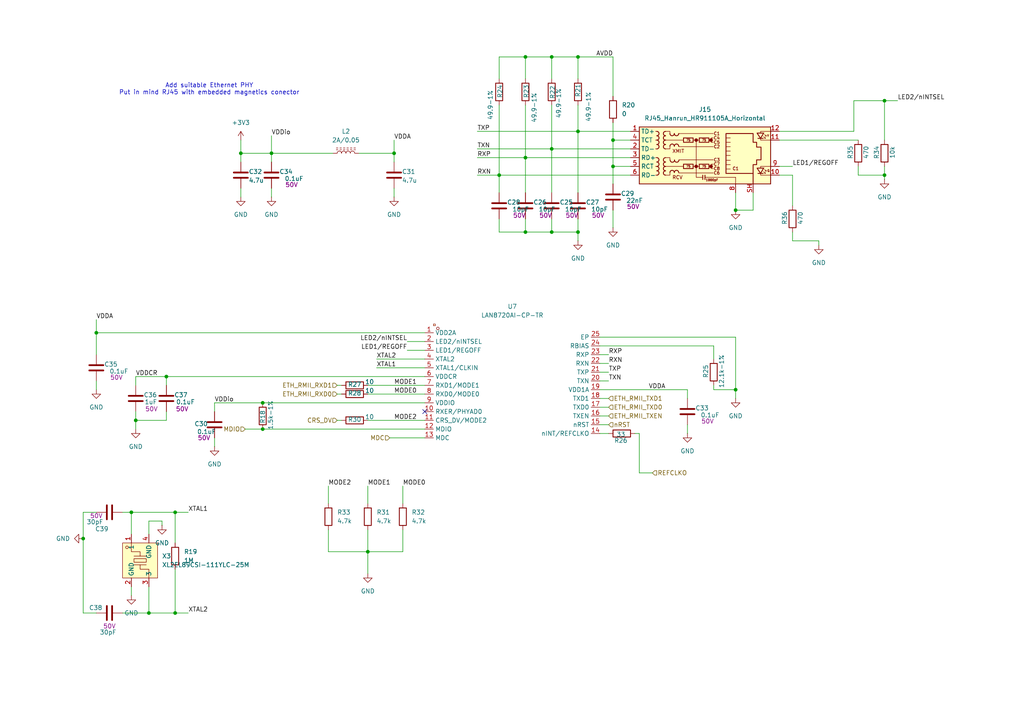
<source format=kicad_sch>
(kicad_sch (version 20250114) (generator "eeschema") (generator_version "9.0")
  (paper "A4")
  (lib_symbols
    (symbol "Connector:RJ45_Hanrun_HR911105A_Horizontal"
      (property "Reference" "J" (at 18.415 10.16 0))
      (property "Value" "RJ45_Hanrun_HR911105A_Horizontal" (at -19.05 10.16 0))
      (symbol "RJ45_Hanrun_HR911105A_Horizontal_0_0"
        (circle (center -1.27 5.08) (radius 0.0001) (stroke (width 0.508)))
        (polyline (pts (xy -1.27 5.08) (xy -1.27 -5.715)))
        (circle (center -1.27 -2.54) (radius 0.0001) (stroke (width 0.508)))
        (polyline (pts (xy 0.635 -5.08) (xy 0.635 -6.35)) (stroke (width 0.254)))
        (polyline (pts (xy 1.27 -5.08) (xy 1.27 -6.35)) (stroke (width 0.254)))
        (polyline (pts (xy 3.048 5.08) (xy 2.54 5.08)))
        (circle (center 3.048 5.08) (radius 0.0001) (stroke (width 0.508)))
        (polyline (pts (xy 3.048 -2.54) (xy 2.54 -2.54)))
        (circle (center 3.048 -2.54) (radius 0.0001) (stroke (width 0.508)))
        (polyline (pts (xy 3.683 5.715) (xy 3.048 5.715) (xy 3.048 4.445) (xy 3.683 4.445)))
        (polyline (pts (xy 3.683 -1.905) (xy 3.048 -1.905) (xy 3.048 -3.175) (xy 3.683 -3.175)))
        (polyline (pts (xy 17.399 7.112) (xy 17.399 7.62) (xy 20.32 7.62)))
        (polyline (pts (xy 17.399 -3.048) (xy 17.399 -2.54) (xy 20.32 -2.54)))
        (polyline (pts (xy 20.32 5.08) (xy 17.399 5.08) (xy 17.399 5.588)))
        (polyline (pts (xy 20.32 -5.08) (xy 17.399 -5.08) (xy 17.399 -4.572)))
        (text "XMIT" (at -8.255 1.905 0) (effects (font (size 1.016 1.016)) (justify left)))
        (text "RCV" (at -8.255 -5.715 0) (effects (font (size 1.016 1.016)) (justify left)))
        (text "C1" (at 4.699 6.985 0) (effects (font (size 0.889 0.889))))
        (text "C4" (at 4.699 5.715 0) (effects (font (size 0.889 0.889))))
        (text "C5" (at 4.699 4.445 0) (effects (font (size 0.889 0.889))))
        (text "C2" (at 4.699 3.175 0) (effects (font (size 0.889 0.889))))
        (text "C3" (at 4.699 -0.635 0) (effects (font (size 0.889 0.889))))
        (text "C7" (at 4.699 -1.905 0) (effects (font (size 0.889 0.889))))
        (text "C8" (at 4.699 -3.175 0) (effects (font (size 0.889 0.889))))
        (text "C6" (at 4.699 -4.445 0) (effects (font (size 0.889 0.889))))
        (text "C1" (at 10.16 -3.175 0) (effects (font (size 0.889 0.889))))
      )
      (symbol "RJ45_Hanrun_HR911105A_Horizontal_0_1"
        (rectangle (start -17.78 8.89) (end 20.32 -7.62) (stroke (width 0.254)) (fill (type background)))
        (polyline (pts (xy -12.7 7.62) (xy -13.081 7.62)))
        (polyline (pts (xy -12.7 5.08) (xy -13.081 5.08)))
        (polyline (pts (xy -12.7 2.54) (xy -13.081 2.54)))
        (polyline (pts (xy -12.7 0) (xy -13.081 0)))
        (polyline (pts (xy -12.7 -2.54) (xy -13.081 -2.54)))
        (polyline (pts (xy -12.7 -5.08) (xy -13.081 -5.08)))
        (polyline (pts (xy -10.16 7.62) (xy -8.89 7.62) (xy -8.89 6.985)))
        (polyline (pts (xy -10.16 0) (xy -8.89 0) (xy -8.89 -0.635)))
        (polyline (pts (xy -8.89 3.175) (xy -8.89 2.54) (xy -10.16 2.54)))
        (polyline (pts (xy -8.89 -4.445) (xy -8.89 -5.08) (xy -10.16 -5.08)))
        (polyline (pts (xy -6.35 6.985) (xy 3.683 6.985)))
        (polyline (pts (xy -6.35 3.175) (xy 3.683 3.175)))
        (polyline (pts (xy -6.35 -4.445) (xy 3.683 -4.445)))
        (polyline (pts (xy -6.223 -0.635) (xy 3.683 -0.635)))
        (polyline (pts (xy -5.08 -2.54) (xy -10.16 -2.54)))
        (polyline (pts (xy -4.953 5.08) (xy -10.16 5.08)))
        (polyline (pts (xy -2.159 5.08) (xy -0.381 5.08)))
        (polyline (pts (xy -2.159 -2.54) (xy -0.381 -2.54)))
        (polyline (pts (xy 0.635 -5.715) (xy -1.27 -5.715)))
        (polyline (pts (xy 7.366 3.175) (xy 8.636 3.175)))
        (polyline (pts (xy 7.366 1.905) (xy 8.636 1.905)))
        (polyline (pts (xy 7.366 0.635) (xy 8.636 0.635)))
        (polyline (pts (xy 7.366 -0.762) (xy 8.636 -0.762)))
        (polyline (pts (xy 7.366 -2.032) (xy 8.636 -2.032)))
        (polyline (pts (xy 8.636 5.715) (xy 7.366 5.715)))
        (polyline (pts (xy 8.636 4.445) (xy 7.366 4.445)))
        (polyline (pts (xy 8.636 -3.302) (xy 7.366 -3.302)))
        (polyline (pts (xy 10.16 -5.715) (xy 1.27 -5.715)))
        (polyline (pts (xy 10.16 -5.715) (xy 10.16 -7.62)))
      )
      (symbol "RJ45_Hanrun_HR911105A_Horizontal_1_0"
        (text "1000pF" (at 3.302 -6.477 0) (effects (font (size 0.635 0.635))))
      )
      (symbol "RJ45_Hanrun_HR911105A_Horizontal_1_1"
        (arc (start -12.7 0) (mid -12.0677 -0.635) (end -12.7 -1.27) (stroke (width 0.254)))
        (arc (start -12.6973 7.62) (mid -12.065 6.985) (end -12.6973 6.35) (stroke (width 0.254)))
        (arc (start -12.6973 -1.27) (mid -12.065 -1.905) (end -12.6973 -2.54) (stroke (width 0.254)))
        (arc (start -12.6973 -2.54) (mid -12.065 -3.175) (end -12.6973 -3.81) (stroke (width 0.254)))
        (arc (start -12.6973 -3.81) (mid -12.065 -4.445) (end -12.6973 -5.08) (stroke (width 0.254)))
        (arc (start -12.6946 6.35) (mid -12.0623 5.715) (end -12.6946 5.08) (stroke (width 0.254)))
        (arc (start -12.6946 5.08) (mid -12.0623 4.445) (end -12.6946 3.81) (stroke (width 0.254)))
        (arc (start -12.6946 3.81) (mid -12.0623 3.175) (end -12.6946 2.54) (stroke (width 0.254)))
        (arc (start -10.1654 6.35) (mid -10.7977 6.985) (end -10.1654 7.62) (stroke (width 0.254)))
        (arc (start -10.1654 5.08) (mid -10.7977 5.715) (end -10.1654 6.35) (stroke (width 0.254)))
        (arc (start -10.1654 3.81) (mid -10.7977 4.445) (end -10.1654 5.08) (stroke (width 0.254)))
        (arc (start -10.1654 -1.27) (mid -10.7977 -0.635) (end -10.1654 0) (stroke (width 0.254)))
        (arc (start -10.1654 -2.54) (mid -10.7977 -1.905) (end -10.1654 -1.27) (stroke (width 0.254)))
        (arc (start -10.1654 -3.81) (mid -10.7977 -3.175) (end -10.1654 -2.54) (stroke (width 0.254)))
        (arc (start -10.1627 2.54) (mid -10.795 3.175) (end -10.1627 3.81) (stroke (width 0.254)))
        (arc (start -10.1627 -5.08) (mid -10.795 -4.445) (end -10.1627 -3.81) (stroke (width 0.254)))
        (arc (start -7.62 6.9823) (mid -8.255 6.35) (end -8.89 6.9823) (stroke (width 0.254)))
        (arc (start -8.89 3.3047) (mid -8.255 3.937) (end -7.62 3.3047) (stroke (width 0.254)))
        (arc (start -8.89 -4.3153) (mid -8.255 -3.683) (end -7.62 -4.3153) (stroke (width 0.254)))
        (arc (start -7.5565 -0.7012) (mid -8.1915 -1.3335) (end -8.8265 -0.7012) (stroke (width 0.254)))
        (arc (start -6.35 6.985) (mid -6.985 6.3527) (end -7.62 6.985) (stroke (width 0.254)))
        (arc (start -7.62 3.3074) (mid -6.985 3.9397) (end -6.35 3.3074) (stroke (width 0.254)))
        (arc (start -7.62 -4.3126) (mid -6.985 -3.6803) (end -6.35 -4.3126) (stroke (width 0.254)))
        (arc (start -6.2865 -0.6985) (mid -6.9215 -1.3308) (end -7.5565 -0.6985) (stroke (width 0.254)))
        (rectangle (start -4.953 5.715) (end -2.159 4.445) (stroke (width 0.254)))
        (rectangle (start -4.953 -1.905) (end -2.159 -3.175) (stroke (width 0.254)))
        (rectangle (start -0.381 5.715) (end 2.413 4.445) (stroke (width 0.254)))
        (rectangle (start -0.381 -1.905) (end 2.413 -3.175) (stroke (width 0.254)))
        (polyline (pts (xy 7.366 -4.572) (xy 7.366 6.985) (xy 15.24 6.985) (xy 15.24 4.445) (xy 16.256 4.445) (xy 16.256 3.048) (xy 17.526 3.048) (xy 17.526 -0.635) (xy 16.256 -0.635) (xy 16.256 -2.032) (xy 15.24 -2.032) (xy 15.24 -4.572) (xy 7.366 -4.572)) (stroke (width 0.254)))
        (polyline (pts (xy 15.24 -7.62) (xy 15.24 -4.572)) (stroke (width 0.254)))
        (polyline (pts (xy 18.161 5.588) (xy 16.637 5.588)) (stroke (width 0.254)))
        (polyline (pts (xy 18.161 -4.572) (xy 16.637 -4.572)) (stroke (width 0.254)))
        (polyline (pts (xy 18.288 7.112) (xy 16.383 7.112) (xy 17.399 5.588) (xy 18.288 7.112)) (stroke (width 0.254)))
        (polyline (pts (xy 18.288 6.096) (xy 18.796 5.588) (xy 18.542 5.588)))
        (polyline (pts (xy 18.288 -3.048) (xy 16.383 -3.048) (xy 17.399 -4.572) (xy 18.288 -3.048)) (stroke (width 0.254)))
        (polyline (pts (xy 18.288 -4.064) (xy 18.796 -4.572) (xy 18.542 -4.572)))
        (polyline (pts (xy 18.542 6.731) (xy 19.05 6.223) (xy 18.796 6.223)))
        (polyline (pts (xy 18.542 -3.429) (xy 19.05 -3.937) (xy 18.796 -3.937)))
        (polyline (pts (xy 18.796 5.588) (xy 18.796 5.842)))
        (polyline (pts (xy 18.796 -4.572) (xy 18.796 -4.318)))
        (polyline (pts (xy 19.05 6.223) (xy 19.05 6.477)))
        (polyline (pts (xy 19.05 -3.937) (xy 19.05 -3.683)))
        (text "75" (at -3.556 5.08 0) (effects (font (size 0.635 0.635))))
        (text "75" (at -3.556 -2.54 0) (effects (font (size 0.635 0.635))))
        (text "75" (at 1.016 5.08 0) (effects (font (size 0.635 0.635))))
        (text "75" (at 1.016 -2.54 0) (effects (font (size 0.635 0.635))))
        (text "Y" (at 19.558 6.35 0) (effects (font (size 0.635 0.635))))
        (text "G" (at 19.685 -3.81 0) (effects (font (size 0.635 0.635))))
        (pin passive line (at -20.32 7.62 0) (length 2.54) (name "TD+") (number "1"))
        (pin passive line (at -20.32 5.08 0) (length 2.54) (name "TCT") (number "4"))
        (pin passive line (at -20.32 2.54 0) (length 2.54) (name "TD-") (number "2"))
        (pin passive line (at -20.32 0 0) (length 2.54) (name "RD+") (number "3"))
        (pin passive line (at -20.32 -2.54 0) (length 2.54) (name "RCT") (number "5"))
        (pin passive line (at -20.32 -5.08 0) (length 2.54) (name "RD-") (number "6"))
        (pin power_in line (at 10.16 -10.16 90) (length 2.54) (name "") (number "8"))
        (pin passive line (at 15.24 -10.16 90) (length 2.54) (name "") (number "SH"))
        (pin no_connect line (at 20.32 0 0) (length 0) (hide yes) (name "NC") (number "7"))
        (pin passive line (at 22.86 7.62 180) (length 2.54) (name "") (number "12"))
        (pin passive line (at 22.86 5.08 180) (length 2.54) (name "") (number "11"))
        (pin passive line (at 22.86 -2.54 180) (length 2.54) (name "") (number "9"))
        (pin passive line (at 22.86 -5.08 180) (length 2.54) (name "") (number "10"))
      )
    )
    (symbol "Device:C" (pin_numbers (hide yes)) (pin_names (offset 0.254))
      (property "Reference" "C" (at 0.635 2.54 0))
      (property "Value" "C" (at 0.635 -2.54 0))
      (symbol "C_0_1"
        (polyline (pts (xy -2.032 0.762) (xy 2.032 0.762)) (stroke (width 0.508)))
        (polyline (pts (xy -2.032 -0.762) (xy 2.032 -0.762)) (stroke (width 0.508)))
      )
      (symbol "C_1_1"
        (pin passive line (at 0 3.81 270) (length 2.794) (name "~") (number "1"))
        (pin passive line (at 0 -3.81 90) (length 2.794) (name "~") (number "2"))
      )
    )
    (symbol "Device:L_Ferrite" (pin_numbers (hide yes)) (pin_names (offset 1.016) (hide yes))
      (property "Reference" "L" (at -1.27 0 90))
      (property "Value" "L_Ferrite" (at 2.794 0 90))
      (symbol "L_Ferrite_0_1"
        (arc (start 0 2.54) (mid 0.6323 1.905) (end 0 1.27))
        (arc (start 0 1.27) (mid 0.6323 0.635) (end 0 0))
        (arc (start 0 0) (mid 0.6323 -0.635) (end 0 -1.27))
        (arc (start 0 -1.27) (mid 0.6323 -1.905) (end 0 -2.54))
        (polyline (pts (xy 1.016 2.286) (xy 1.016 2.794)))
        (polyline (pts (xy 1.016 1.27) (xy 1.016 1.778)))
        (polyline (pts (xy 1.016 0.254) (xy 1.016 0.762)))
        (polyline (pts (xy 1.016 -0.762) (xy 1.016 -0.254)))
        (polyline (pts (xy 1.016 -1.778) (xy 1.016 -1.27)))
        (polyline (pts (xy 1.016 -2.794) (xy 1.016 -2.286)))
        (polyline (pts (xy 1.524 2.794) (xy 1.524 2.286)))
        (polyline (pts (xy 1.524 1.778) (xy 1.524 1.27)))
        (polyline (pts (xy 1.524 0.762) (xy 1.524 0.254)))
        (polyline (pts (xy 1.524 -0.254) (xy 1.524 -0.762)))
        (polyline (pts (xy 1.524 -1.27) (xy 1.524 -1.778)))
        (polyline (pts (xy 1.524 -2.286) (xy 1.524 -2.794)))
      )
      (symbol "L_Ferrite_1_1"
        (pin passive line (at 0 3.81 270) (length 1.27) (name "1") (number "1"))
        (pin passive line (at 0 -3.81 90) (length 1.27) (name "2") (number "2"))
      )
    )
    (symbol "Device:R" (pin_numbers (hide yes)) (pin_names (offset 0))
      (property "Reference" "R" (at 2.032 0 90))
      (property "Value" "R" (at 0 0 90))
      (symbol "R_0_1"
        (rectangle (start -1.016 -2.54) (end 1.016 2.54) (stroke (width 0.254)))
      )
      (symbol "R_1_1"
        (pin passive line (at 0 3.81 270) (length 1.27) (name "~") (number "1"))
        (pin passive line (at 0 -3.81 90) (length 1.27) (name "~") (number "2"))
      )
    )
    (symbol "EasyEDA:LAN8720AI-CP-TR"
      (property "Reference" "U" (at 0 20.32 0))
      (property "Value" "LAN8720AI-CP-TR" (at 0 -20.32 0))
      (symbol "LAN8720AI-CP-TR_0_1"
        (rectangle (start -22.86 17.78) (end -22.35 17.27) (fill (type background)))
        (circle (center -21.59 16.51) (radius 0.38))
        (pin unspecified line (at -25.4 15.24 0) (length 2.54) (name "VDD2A") (number "1"))
        (pin unspecified line (at -25.4 12.7 0) (length 2.54) (name "LED2/nINTSEL") (number "2"))
        (pin unspecified line (at -25.4 10.16 0) (length 2.54) (name "LED1/REGOFF") (number "3"))
        (pin unspecified line (at -25.4 7.62 0) (length 2.54) (name "XTAL2") (number "4"))
        (pin unspecified line (at -25.4 5.08 0) (length 2.54) (name "XTAL1/CLKIN") (number "5"))
        (pin unspecified line (at -25.4 2.54 0) (length 2.54) (name "VDDCR") (number "6"))
        (pin unspecified line (at -25.4 0 0) (length 2.54) (name "RXD1/MODE1") (number "7"))
        (pin unspecified line (at -25.4 -2.54 0) (length 2.54) (name "RXD0/MODE0") (number "8"))
        (pin unspecified line (at -25.4 -5.08 0) (length 2.54) (name "VDDIO") (number "9"))
        (pin unspecified line (at -25.4 -7.62 0) (length 2.54) (name "RXER/PHYAD0") (number "10"))
        (pin unspecified line (at -25.4 -10.16 0) (length 2.54) (name "CRS_DV/MODE2") (number "11"))
        (pin unspecified line (at -25.4 -12.7 0) (length 2.54) (name "MDIO") (number "12"))
        (pin unspecified line (at -25.4 -15.24 0) (length 2.54) (name "MDC") (number "13"))
        (pin unspecified line (at 25.4 13.97 180) (length 2.54) (name "EP") (number "25"))
        (pin unspecified line (at 25.4 11.43 180) (length 2.54) (name "RBIAS") (number "24"))
        (pin unspecified line (at 25.4 8.89 180) (length 2.54) (name "RXP") (number "23"))
        (pin unspecified line (at 25.4 6.35 180) (length 2.54) (name "RXN") (number "22"))
        (pin unspecified line (at 25.4 3.81 180) (length 2.54) (name "TXP") (number "21"))
        (pin unspecified line (at 25.4 1.27 180) (length 2.54) (name "TXN") (number "20"))
        (pin unspecified line (at 25.4 -1.27 180) (length 2.54) (name "VDD1A") (number "19"))
        (pin unspecified line (at 25.4 -3.81 180) (length 2.54) (name "TXD1") (number "18"))
        (pin unspecified line (at 25.4 -6.35 180) (length 2.54) (name "TXD0") (number "17"))
        (pin unspecified line (at 25.4 -8.89 180) (length 2.54) (name "TXEN") (number "16"))
        (pin unspecified line (at 25.4 -11.43 180) (length 2.54) (name "nRST") (number "15"))
        (pin unspecified line (at 25.4 -13.97 180) (length 2.54) (name "nINT/REFCLKO") (number "14"))
      )
    )
    (symbol "EasyEDA:XL2EL89CSI-111YLC-25M"
      (property "Reference" "X" (at 0 7.62 0))
      (property "Value" "XL2EL89CSI-111YLC-25M" (at 0 -7.62 0))
      (symbol "XL2EL89CSI-111YLC-25M_0_1"
        (rectangle (start -5.08 5.08) (end 5.08 -5.08) (fill (type background)))
        (polyline (pts (xy -5.08 -2.54) (xy -2.54 -2.54) (xy -2.54 0) (xy -1.27 0)))
        (circle (center -3.81 -3.81) (radius 0.38))
        (polyline (pts (xy -1.27 -1.78) (xy -1.27 1.78)))
        (rectangle (start -0.51 1.78) (end 0.51 -1.78) (fill (type background)))
        (polyline (pts (xy 1.27 -1.78) (xy 1.27 1.78)))
        (polyline (pts (xy 5.08 2.54) (xy 2.54 2.54) (xy 2.54 0) (xy 1.27 0)))
        (pin input line (at -7.62 2.54 0) (length 2.54) (name "GND") (number "4"))
        (pin input line (at -7.62 -2.54 0) (length 2.54) (name "1") (number "1"))
        (pin input line (at 7.62 2.54 180) (length 2.54) (name "3") (number "3"))
        (pin input line (at 7.62 -2.54 180) (length 2.54) (name "GND") (number "2"))
      )
    )
    (symbol "power:+3V3" (power) (pin_numbers (hide yes)) (pin_names (offset 0) (hide yes))
      (property "Value" "+3V3" (at 0 3.556 0))
      (symbol "+3V3_0_1"
        (polyline (pts (xy -0.762 1.27) (xy 0 2.54)))
        (polyline (pts (xy 0 2.54) (xy 0.762 1.27)))
        (polyline (pts (xy 0 0) (xy 0 2.54)))
      )
      (symbol "+3V3_1_1"
        (pin power_in line (at 0 0 90) (length 0) (name "~") (number "1"))
      )
    )
    (symbol "power:GND" (power) (pin_numbers (hide yes)) (pin_names (offset 0) (hide yes))
      (property "Value" "GND" (at 0 -3.81 0))
      (symbol "GND_0_1"
        (polyline (pts (xy 0 0) (xy 0 -1.27) (xy 1.27 -1.27) (xy 0 -2.54) (xy -1.27 -1.27) (xy 0 -1.27)))
      )
      (symbol "GND_1_1"
        (pin power_in line (at 0 0 270) (length 0) (name "~") (number "1"))
      )
    )
  )
  (text "Add suitable Ethernet PHY\nPut in mind RJ45 with embedded magnetics conector\n" (at 60.706 25.908 0) (effects (font (size 1.27 1.27))))
  (junction (at 114.3 44.45))
  (junction (at 76.2 116.84))
  (junction (at 76.2 124.46))
  (junction (at 160.02 67.31))
  (junction (at 27.94 96.52))
  (junction (at 78.74 44.45))
  (junction (at 152.4 45.72))
  (junction (at 50.8 148.59))
  (junction (at 106.68 160.02))
  (junction (at 39.37 121.92))
  (junction (at 177.8 40.64))
  (junction (at 152.4 67.31))
  (junction (at 48.26 109.22))
  (junction (at 167.64 67.31))
  (junction (at 213.36 113.03))
  (junction (at 167.64 38.1))
  (junction (at 69.85 44.45))
  (junction (at 160.02 16.51))
  (junction (at 152.4 16.51))
  (junction (at 24.13 156.21))
  (junction (at 43.18 177.8))
  (junction (at 256.54 29.21))
  (junction (at 256.54 50.8))
  (junction (at 213.36 60.96))
  (junction (at 167.64 16.51))
  (junction (at 144.78 50.8))
  (junction (at 177.8 48.26))
  (junction (at 50.8 177.8))
  (junction (at 38.1 148.59))
  (junction (at 160.02 43.18))
  (no_connect (at 123.19 119.38))
  (wire (pts (xy 114.3 54.61) (xy 114.3 57.15)))
  (wire (pts (xy 114.3 40.64) (xy 114.3 44.45)))
  (wire (pts (xy 114.3 44.45) (xy 114.3 46.99)))
  (wire (pts (xy 138.43 45.72) (xy 152.4 45.72)))
  (wire (pts (xy 185.42 125.73) (xy 184.15 125.73)))
  (wire (pts (xy 48.26 109.22) (xy 48.26 111.76)))
  (wire (pts (xy 177.8 48.26) (xy 177.8 53.34)))
  (wire (pts (xy 35.56 148.59) (xy 38.1 148.59)))
  (wire (pts (xy 226.06 38.1) (xy 247.65 38.1)))
  (wire (pts (xy 248.92 48.26) (xy 248.92 50.8)))
  (wire (pts (xy 167.64 30.48) (xy 167.64 38.1)))
  (wire (pts (xy 76.2 116.84) (xy 123.19 116.84)))
  (wire (pts (xy 144.78 50.8) (xy 144.78 55.88)))
  (wire (pts (xy 50.8 165.1) (xy 50.8 177.8)))
  (wire (pts (xy 167.64 67.31) (xy 167.64 69.85)))
  (wire (pts (xy 116.84 160.02) (xy 116.84 153.67)))
  (wire (pts (xy 106.68 121.92) (xy 123.19 121.92)))
  (wire (pts (xy 256.54 29.21) (xy 260.35 29.21)))
  (wire (pts (xy 173.99 120.65) (xy 176.53 120.65)))
  (wire (pts (xy 78.74 44.45) (xy 78.74 46.99)))
  (wire (pts (xy 69.85 44.45) (xy 69.85 46.99)))
  (wire (pts (xy 167.64 63.5) (xy 167.64 67.31)))
  (wire (pts (xy 173.99 123.19) (xy 176.53 123.19)))
  (wire (pts (xy 24.13 177.8) (xy 27.94 177.8)))
  (wire (pts (xy 144.78 22.86) (xy 144.78 16.51)))
  (wire (pts (xy 106.68 160.02) (xy 106.68 166.37)))
  (wire (pts (xy 106.68 160.02) (xy 116.84 160.02)))
  (wire (pts (xy 144.78 50.8) (xy 182.88 50.8)))
  (wire (pts (xy 256.54 50.8) (xy 256.54 48.26)))
  (wire (pts (xy 39.37 121.92) (xy 39.37 124.46)))
  (wire (pts (xy 62.23 116.84) (xy 76.2 116.84)))
  (wire (pts (xy 160.02 67.31) (xy 167.64 67.31)))
  (wire (pts (xy 160.02 22.86) (xy 160.02 16.51)))
  (wire (pts (xy 160.02 16.51) (xy 167.64 16.51)))
  (wire (pts (xy 177.8 40.64) (xy 177.8 48.26)))
  (wire (pts (xy 38.1 148.59) (xy 50.8 148.59)))
  (wire (pts (xy 199.39 113.03) (xy 199.39 115.57)))
  (wire (pts (xy 144.78 16.51) (xy 152.4 16.51)))
  (wire (pts (xy 138.43 38.1) (xy 167.64 38.1)))
  (wire (pts (xy 109.22 104.14) (xy 123.19 104.14)))
  (wire (pts (xy 39.37 121.92) (xy 48.26 121.92)))
  (wire (pts (xy 39.37 109.22) (xy 39.37 111.76)))
  (wire (pts (xy 144.78 63.5) (xy 144.78 67.31)))
  (wire (pts (xy 43.18 177.8) (xy 50.8 177.8)))
  (wire (pts (xy 118.11 101.6) (xy 123.19 101.6)))
  (wire (pts (xy 144.78 67.31) (xy 152.4 67.31)))
  (wire (pts (xy 177.8 48.26) (xy 182.88 48.26)))
  (wire (pts (xy 213.36 113.03) (xy 213.36 115.57)))
  (wire (pts (xy 69.85 44.45) (xy 78.74 44.45)))
  (wire (pts (xy 247.65 29.21) (xy 256.54 29.21)))
  (wire (pts (xy 167.64 38.1) (xy 167.64 55.88)))
  (wire (pts (xy 207.01 100.33) (xy 207.01 104.14)))
  (wire (pts (xy 78.74 39.37) (xy 78.74 44.45)))
  (wire (pts (xy 69.85 40.64) (xy 69.85 44.45)))
  (wire (pts (xy 173.99 105.41) (xy 176.53 105.41)))
  (wire (pts (xy 24.13 148.59) (xy 24.13 156.21)))
  (wire (pts (xy 152.4 45.72) (xy 182.88 45.72)))
  (wire (pts (xy 173.99 118.11) (xy 176.53 118.11)))
  (wire (pts (xy 173.99 115.57) (xy 176.53 115.57)))
  (wire (pts (xy 97.79 121.92) (xy 99.06 121.92)))
  (wire (pts (xy 248.92 50.8) (xy 256.54 50.8)))
  (wire (pts (xy 27.94 92.71) (xy 27.94 96.52)))
  (wire (pts (xy 152.4 16.51) (xy 152.4 22.86)))
  (wire (pts (xy 226.06 40.64) (xy 248.92 40.64)))
  (wire (pts (xy 109.22 106.68) (xy 123.19 106.68)))
  (wire (pts (xy 104.14 44.45) (xy 114.3 44.45)))
  (wire (pts (xy 160.02 43.18) (xy 160.02 55.88)))
  (wire (pts (xy 69.85 54.61) (xy 69.85 57.15)))
  (wire (pts (xy 48.26 109.22) (xy 123.19 109.22)))
  (wire (pts (xy 213.36 97.79) (xy 213.36 113.03)))
  (wire (pts (xy 226.06 48.26) (xy 229.87 48.26)))
  (wire (pts (xy 113.03 127) (xy 123.19 127)))
  (wire (pts (xy 173.99 97.79) (xy 213.36 97.79)))
  (wire (pts (xy 71.12 124.46) (xy 76.2 124.46)))
  (wire (pts (xy 62.23 127) (xy 62.23 129.54)))
  (wire (pts (xy 46.99 151.13) (xy 43.18 151.13)))
  (wire (pts (xy 106.68 111.76) (xy 123.19 111.76)))
  (wire (pts (xy 78.74 54.61) (xy 78.74 57.15)))
  (wire (pts (xy 95.25 140.97) (xy 95.25 146.05)))
  (wire (pts (xy 38.1 170.18) (xy 38.1 172.72)))
  (wire (pts (xy 27.94 110.49) (xy 27.94 113.03)))
  (wire (pts (xy 95.25 160.02) (xy 106.68 160.02)))
  (wire (pts (xy 95.25 153.67) (xy 95.25 160.02)))
  (wire (pts (xy 160.02 30.48) (xy 160.02 43.18)))
  (wire (pts (xy 167.64 38.1) (xy 182.88 38.1)))
  (wire (pts (xy 256.54 50.8) (xy 256.54 52.07)))
  (wire (pts (xy 173.99 113.03) (xy 199.39 113.03)))
  (wire (pts (xy 229.87 59.69) (xy 229.87 50.8)))
  (wire (pts (xy 173.99 102.87) (xy 176.53 102.87)))
  (wire (pts (xy 43.18 170.18) (xy 43.18 177.8)))
  (wire (pts (xy 152.4 45.72) (xy 152.4 55.88)))
  (wire (pts (xy 106.68 140.97) (xy 106.68 146.05)))
  (wire (pts (xy 167.64 16.51) (xy 177.8 16.51)))
  (wire (pts (xy 173.99 110.49) (xy 176.53 110.49)))
  (wire (pts (xy 27.94 96.52) (xy 27.94 102.87)))
  (wire (pts (xy 106.68 153.67) (xy 106.68 160.02)))
  (wire (pts (xy 46.99 152.4) (xy 46.99 151.13)))
  (wire (pts (xy 62.23 116.84) (xy 62.23 119.38)))
  (wire (pts (xy 48.26 119.38) (xy 48.26 121.92)))
  (wire (pts (xy 199.39 123.19) (xy 199.39 125.73)))
  (wire (pts (xy 185.42 137.16) (xy 189.23 137.16)))
  (wire (pts (xy 24.13 148.59) (xy 27.94 148.59)))
  (wire (pts (xy 160.02 63.5) (xy 160.02 67.31)))
  (wire (pts (xy 38.1 148.59) (xy 38.1 154.94)))
  (wire (pts (xy 182.88 40.64) (xy 177.8 40.64)))
  (wire (pts (xy 207.01 113.03) (xy 213.36 113.03)))
  (wire (pts (xy 116.84 140.97) (xy 116.84 146.05)))
  (wire (pts (xy 152.4 63.5) (xy 152.4 67.31)))
  (wire (pts (xy 39.37 109.22) (xy 48.26 109.22)))
  (wire (pts (xy 237.49 69.85) (xy 237.49 71.12)))
  (wire (pts (xy 39.37 119.38) (xy 39.37 121.92)))
  (wire (pts (xy 213.36 55.88) (xy 213.36 60.96)))
  (wire (pts (xy 97.79 111.76) (xy 99.06 111.76)))
  (wire (pts (xy 173.99 100.33) (xy 207.01 100.33)))
  (wire (pts (xy 173.99 107.95) (xy 176.53 107.95)))
  (wire (pts (xy 160.02 43.18) (xy 182.88 43.18)))
  (wire (pts (xy 256.54 29.21) (xy 256.54 40.64)))
  (wire (pts (xy 27.94 96.52) (xy 123.19 96.52)))
  (wire (pts (xy 24.13 156.21) (xy 24.13 177.8)))
  (wire (pts (xy 173.99 125.73) (xy 176.53 125.73)))
  (wire (pts (xy 177.8 35.56) (xy 177.8 40.64)))
  (wire (pts (xy 50.8 148.59) (xy 50.8 157.48)))
  (wire (pts (xy 138.43 43.18) (xy 160.02 43.18)))
  (wire (pts (xy 152.4 30.48) (xy 152.4 45.72)))
  (wire (pts (xy 177.8 60.96) (xy 177.8 66.04)))
  (wire (pts (xy 78.74 44.45) (xy 96.52 44.45)))
  (wire (pts (xy 152.4 67.31) (xy 160.02 67.31)))
  (wire (pts (xy 152.4 16.51) (xy 160.02 16.51)))
  (wire (pts (xy 177.8 16.51) (xy 177.8 27.94)))
  (wire (pts (xy 144.78 30.48) (xy 144.78 50.8)))
  (wire (pts (xy 43.18 151.13) (xy 43.18 154.94)))
  (wire (pts (xy 50.8 177.8) (xy 54.61 177.8)))
  (wire (pts (xy 229.87 67.31) (xy 229.87 69.85)))
  (wire (pts (xy 118.11 99.06) (xy 123.19 99.06)))
  (wire (pts (xy 229.87 69.85) (xy 237.49 69.85)))
  (wire (pts (xy 97.79 114.3) (xy 99.06 114.3)))
  (wire (pts (xy 218.44 55.88) (xy 218.44 60.96)))
  (wire (pts (xy 247.65 29.21) (xy 247.65 38.1)))
  (wire (pts (xy 76.2 124.46) (xy 123.19 124.46)))
  (wire (pts (xy 35.56 177.8) (xy 43.18 177.8)))
  (wire (pts (xy 213.36 60.96) (xy 218.44 60.96)))
  (wire (pts (xy 106.68 114.3) (xy 123.19 114.3)))
  (wire (pts (xy 50.8 148.59) (xy 54.61 148.59)))
  (wire (pts (xy 207.01 111.76) (xy 207.01 113.03)))
  (wire (pts (xy 138.43 50.8) (xy 144.78 50.8)))
  (wire (pts (xy 226.06 50.8) (xy 229.87 50.8)))
  (wire (pts (xy 167.64 16.51) (xy 167.64 22.86)))
  (wire (pts (xy 185.42 137.16) (xy 185.42 125.73)))
  (label "VDDio" (at 78.74 39.37 0))
  (label "TXN" (at 176.53 110.49 0))
  (label "MODE1" (at 114.3 111.76 0))
  (label "MODE0" (at 116.84 140.97 0))
  (label "VDDA" (at 193.04 113.03 180))
  (label "XTAL1" (at 54.61 148.59 0))
  (label "RXP" (at 138.43 45.72 0))
  (label "LED1{slash}REGOFF" (at 229.87 48.26 0))
  (label "RXN" (at 138.43 50.8 0))
  (label "LED2{slash}nINTSEL" (at 260.35 29.21 0))
  (label "MODE1" (at 106.68 140.97 0))
  (label "TXP" (at 138.43 38.1 0))
  (label "XTAL2" (at 54.61 177.8 0))
  (label "VDDio" (at 62.23 116.84 0))
  (label "XTAL2" (at 109.22 104.14 0))
  (label "TXN" (at 138.43 43.18 0))
  (label "MODE0" (at 114.3 114.3 0))
  (label "LED2{slash}nINTSEL" (at 118.11 99.06 180))
  (label "VDDCR" (at 39.37 109.22 0))
  (label "VDDA" (at 27.94 92.71 0))
  (label "RXN" (at 176.53 105.41 0))
  (label "MODE2" (at 114.3 121.92 0))
  (label "RXP" (at 176.53 102.87 0))
  (label "AVDD" (at 177.8 16.51 180))
  (label "MODE2" (at 95.25 140.97 0))
  (label "LED1{slash}REGOFF" (at 118.11 101.6 180))
  (label "XTAL1" (at 109.22 106.68 0))
  (label "VDDA" (at 114.3 40.64 0))
  (label "TXP" (at 176.53 107.95 0))
  (hierarchical_label "CRS_DV" (shape input) (at 97.79 121.92 180))
  (hierarchical_label "ETH_RMII_RXD1" (shape input) (at 97.79 111.76 180))
  (hierarchical_label "ETH_RMII_TXD1" (shape input) (at 176.53 115.57 0))
  (hierarchical_label "nRST" (shape input) (at 176.53 123.19 0))
  (hierarchical_label "ETH_RMII_TXD0" (shape input) (at 176.53 118.11 0))
  (hierarchical_label "ETH_RMII_TXEN" (shape input) (at 176.53 120.65 0))
  (hierarchical_label "MDC" (shape input) (at 113.03 127 180))
  (hierarchical_label "REFCLKO" (shape input) (at 189.23 137.16 0))
  (hierarchical_label "ETH_RMII_RXD0" (shape input) (at 97.79 114.3 180))
  (hierarchical_label "MDIO" (shape input) (at 71.12 124.46 180))
  (symbol (lib_id "Device:R") (at 207.01 107.95 180) (unit 1)
    (property "Reference" "R25" (at 204.724 107.696 90))
    (property "Value" "12.1k-1%" (at 209.296 107.696 90))
    (property "Footprint" "Resistor_SMD:R_0805_2012Metric" (effects (hide yes)))
    (property "Description" "Resistor" (effects (hide yes)))
  )
  (symbol (lib_id "power:GND") (at 237.49 71.12 0) (unit 1)
    (property "Reference" "#PWR083" (effects (hide yes)))
    (property "Value" "GND" (at 237.49 76.2 0))
    (property "Description" "Power symbol creates a global label with name \"GND\" , ground" (effects (hide yes)))
  )
  (symbol (lib_id "power:GND") (at 199.39 125.73 0) (unit 1)
    (property "Reference" "#PWR079" (effects (hide yes)))
    (property "Value" "GND" (at 199.39 130.81 0))
    (property "Description" "Power symbol creates a global label with name \"GND\" , ground" (effects (hide yes)))
  )
  (symbol (lib_id "Device:R") (at 248.92 44.45 180) (unit 1)
    (property "Reference" "R35" (at 246.634 44.196 90))
    (property "Value" "470" (at 251.206 44.196 90))
    (property "Footprint" "Resistor_SMD:R_0805_2012Metric" (effects (hide yes)))
    (property "Description" "Resistor" (effects (hide yes)))
  )
  (symbol (lib_id "Device:C") (at 31.75 177.8 90) (unit 1)
    (property "Reference" "C38" (at 29.718 176.276 90) (effects (justify left)))
    (property "Value" "30pF" (at 33.782 183.388 90) (effects (justify left)))
    (property "Footprint" "Capacitor_SMD:C_0805_2012Metric" (effects (hide yes)))
    (property "Description" "Unpolarized capacitor" (effects (hide yes)))
    (property "Voltage Rating" "50V" (at 31.75 181.61 90))
  )
  (symbol (lib_id "Device:C") (at 69.85 50.8 0) (unit 1)
    (property "Reference" "C32" (at 72.136 49.784 0) (effects (justify left)))
    (property "Value" "4.7u" (at 72.136 52.324 0) (effects (justify left)))
    (property "Footprint" "Capacitor_SMD:C_0805_2012Metric" (effects (hide yes)))
    (property "Description" "Unpolarized capacitor" (effects (hide yes)))
  )
  (symbol (lib_id "Device:R") (at 229.87 63.5 180) (unit 1)
    (property "Reference" "R36" (at 227.584 63.246 90))
    (property "Value" "470" (at 232.156 63.246 90))
    (property "Footprint" "Resistor_SMD:R_0805_2012Metric" (effects (hide yes)))
    (property "Description" "Resistor" (effects (hide yes)))
  )
  (symbol (lib_id "Device:L_Ferrite") (at 100.33 44.45 90) (unit 1)
    (property "Reference" "L2" (at 100.33 38.1 90))
    (property "Value" "2A/0.05" (at 100.33 40.64 90))
    (property "Footprint" "Inductor_SMD:L_1206_3216Metric" (effects (hide yes)))
    (property "Description" "Inductor with ferrite core" (effects (hide yes)))
  )
  (symbol (lib_id "power:GND") (at 46.99 152.4 0) (unit 1)
    (property "Reference" "#PWR088" (effects (hide yes)))
    (property "Value" "GND" (at 46.99 157.48 0))
    (property "Description" "Power symbol creates a global label with name \"GND\" , ground" (effects (hide yes)))
  )
  (symbol (lib_id "power:GND") (at 69.85 57.15 0) (unit 1)
    (property "Reference" "#PWR075" (effects (hide yes)))
    (property "Value" "GND" (at 69.85 62.23 0))
    (property "Description" "Power symbol creates a global label with name \"GND\" , ground" (effects (hide yes)))
  )
  (symbol (lib_id "Device:C") (at 199.39 119.38 0) (unit 1)
    (property "Reference" "C33" (at 201.676 118.364 0) (effects (justify left)))
    (property "Value" "0.1uF" (at 203.2 120.396 0) (effects (justify left)))
    (property "Footprint" "Capacitor_SMD:C_0805_2012Metric" (effects (hide yes)))
    (property "Description" "Unpolarized capacitor" (effects (hide yes)))
    (property "Voltage Rating" "50V" (at 205.232 122.174 0))
  )
  (symbol (lib_id "Device:R") (at 180.34 125.73 90) (unit 1)
    (property "Reference" "R26" (at 180.086 127.762 90))
    (property "Value" "33" (at 180.086 125.984 90))
    (property "Footprint" "Resistor_SMD:R_0805_2012Metric" (effects (hide yes)))
    (property "Description" "Resistor" (effects (hide yes)))
  )
  (symbol (lib_id "Device:R") (at 256.54 44.45 180) (unit 1)
    (property "Reference" "R34" (at 254.254 44.196 90))
    (property "Value" "10k" (at 258.826 44.196 90))
    (property "Footprint" "Resistor_SMD:R_0805_2012Metric" (effects (hide yes)))
    (property "Description" "Resistor" (effects (hide yes)))
  )
  (symbol (lib_id "power:GND") (at 24.13 156.21 270) (unit 1)
    (property "Reference" "#PWR080" (effects (hide yes)))
    (property "Value" "GND" (at 20.32 156.2099 90) (effects (justify right)))
    (property "Description" "Power symbol creates a global label with name \"GND\" , ground" (effects (hide yes)))
  )
  (symbol (lib_id "power:GND") (at 106.68 166.37 0) (unit 1)
    (property "Reference" "#PWR081" (effects (hide yes)))
    (property "Value" "GND" (at 106.68 171.45 0))
    (property "Description" "Power symbol creates a global label with name \"GND\" , ground" (effects (hide yes)))
  )
  (symbol (lib_id "EasyEDA:XL2EL89CSI-111YLC-25M") (at 40.64 162.56 270) (unit 1)
    (property "Reference" "X3" (at 46.99 161.2899 90) (effects (justify left)))
    (property "Value" "XL2EL89CSI-111YLC-25M" (at 46.99 163.8299 90) (effects (justify left)))
    (property "Footprint" "EasyEDA:CRYSTAL-SMD_4P-L3.2-W2.5-BL" (effects (hide yes)))
    (property "LCSC Part" "C5280577" (effects (hide yes)))
  )
  (symbol (lib_id "Device:C") (at 160.02 59.69 0) (unit 1)
    (property "Reference" "C25" (at 162.306 58.674 0) (effects (justify left)))
    (property "Value" "10pF" (at 163.83 60.706 0) (effects (justify left)))
    (property "Footprint" "Capacitor_SMD:C_0805_2012Metric" (effects (hide yes)))
    (property "Description" "Unpolarized capacitor" (effects (hide yes)))
    (property "Voltage Rating" "50V" (at 165.862 62.484 0))
  )
  (symbol (lib_id "Device:R") (at 76.2 120.65 180) (unit 1)
    (property "Reference" "R18" (at 76.2 120.904 90))
    (property "Value" "1.5k-1%" (at 78.486 120.396 90))
    (property "Footprint" "Resistor_SMD:R_0805_2012Metric" (effects (hide yes)))
    (property "Description" "Resistor" (effects (hide yes)))
  )
  (symbol (lib_id "power:GND") (at 167.64 69.85 0) (unit 1)
    (property "Reference" "#PWR072" (effects (hide yes)))
    (property "Value" "GND" (at 167.64 74.93 0))
    (property "Description" "Power symbol creates a global label with name \"GND\" , ground" (effects (hide yes)))
  )
  (symbol (lib_id "Device:C") (at 114.3 50.8 0) (unit 1)
    (property "Reference" "C31" (at 116.586 49.784 0) (effects (justify left)))
    (property "Value" "4.7u" (at 116.586 52.324 0) (effects (justify left)))
    (property "Footprint" "Capacitor_SMD:C_0805_2012Metric" (effects (hide yes)))
    (property "Description" "Unpolarized capacitor" (effects (hide yes)))
  )
  (symbol (lib_id "Device:C") (at 78.74 50.8 0) (unit 1)
    (property "Reference" "C34" (at 81.026 49.784 0) (effects (justify left)))
    (property "Value" "0.1uF" (at 82.55 51.816 0) (effects (justify left)))
    (property "Footprint" "Capacitor_SMD:C_0805_2012Metric" (effects (hide yes)))
    (property "Description" "Unpolarized capacitor" (effects (hide yes)))
    (property "Voltage Rating" "50V" (at 84.582 53.594 0))
  )
  (symbol (lib_id "power:GND") (at 256.54 52.07 0) (unit 1)
    (property "Reference" "#PWR082" (effects (hide yes)))
    (property "Value" "GND" (at 256.54 57.15 0))
    (property "Description" "Power symbol creates a global label with name \"GND\" , ground" (effects (hide yes)))
  )
  (symbol (lib_id "EasyEDA:LAN8720AI-CP-TR") (at 148.59 111.76 0) (unit 1)
    (property "Reference" "U7" (at 148.59 88.9 0))
    (property "Value" "LAN8720AI-CP-TR" (at 148.59 91.44 0))
    (property "Footprint" "EasyEDA:QFN-24_L4.0-W4.0-P0.50-BL-EP2.6" (effects (hide yes)))
    (property "Datasheet" "https://lcsc.com/product-detail/Ethernet-ICs_LAN8720AI-CP-TR_C17146.html" (effects (hide yes)))
    (property "LCSC Part" "C17146" (effects (hide yes)))
  )
  (symbol (lib_id "Device:R") (at 95.25 149.86 0) (unit 1)
    (property "Reference" "R33" (at 97.79 148.5899 0) (effects (justify left)))
    (property "Value" "4.7k" (at 97.79 151.1299 0) (effects (justify left)))
    (property "Footprint" "Resistor_SMD:R_0805_2012Metric" (effects (hide yes)))
    (property "Description" "Resistor" (effects (hide yes)))
  )
  (symbol (lib_id "Device:C") (at 27.94 106.68 0) (unit 1)
    (property "Reference" "C35" (at 30.226 105.664 0) (effects (justify left)))
    (property "Value" "0.1uF" (at 31.75 107.696 0) (effects (justify left)))
    (property "Footprint" "Capacitor_SMD:C_0805_2012Metric" (effects (hide yes)))
    (property "Description" "Unpolarized capacitor" (effects (hide yes)))
    (property "Voltage Rating" "50V" (at 33.782 109.474 0))
  )
  (symbol (lib_id "Device:R") (at 106.68 149.86 0) (unit 1)
    (property "Reference" "R31" (at 109.22 148.5899 0) (effects (justify left)))
    (property "Value" "4.7k" (at 109.22 151.1299 0) (effects (justify left)))
    (property "Footprint" "Resistor_SMD:R_0805_2012Metric" (effects (hide yes)))
    (property "Description" "Resistor" (effects (hide yes)))
  )
  (symbol (lib_id "power:GND") (at 213.36 60.96 0) (unit 1)
    (property "Reference" "#PWR070" (effects (hide yes)))
    (property "Value" "GND" (at 213.36 66.04 0))
    (property "Description" "Power symbol creates a global label with name \"GND\" , ground" (effects (hide yes)))
  )
  (symbol (lib_id "power:GND") (at 78.74 57.15 0) (unit 1)
    (property "Reference" "#PWR067" (effects (hide yes)))
    (property "Value" "GND" (at 78.74 62.23 0))
    (property "Description" "Power symbol creates a global label with name \"GND\" , ground" (effects (hide yes)))
  )
  (symbol (lib_id "Device:R") (at 160.02 26.67 0) (unit 1)
    (property "Reference" "R22" (at 160.274 28.702 90) (effects (justify left)))
    (property "Value" "49.9-1%" (at 162.052 34.29 90) (effects (justify left)))
    (property "Footprint" "Resistor_SMD:R_0805_2012Metric" (effects (hide yes)))
    (property "Description" "Resistor" (effects (hide yes)))
  )
  (symbol (lib_id "power:GND") (at 177.8 66.04 0) (unit 1)
    (property "Reference" "#PWR071" (effects (hide yes)))
    (property "Value" "GND" (at 177.8 71.12 0))
    (property "Description" "Power symbol creates a global label with name \"GND\" , ground" (effects (hide yes)))
  )
  (symbol (lib_id "power:GND") (at 38.1 172.72 0) (unit 1)
    (property "Reference" "#PWR089" (effects (hide yes)))
    (property "Value" "GND" (at 38.1 177.8 0))
    (property "Description" "Power symbol creates a global label with name \"GND\" , ground" (effects (hide yes)))
  )
  (symbol (lib_id "Device:R") (at 116.84 149.86 0) (unit 1)
    (property "Reference" "R32" (at 119.38 148.5899 0) (effects (justify left)))
    (property "Value" "4.7k" (at 119.38 151.1299 0) (effects (justify left)))
    (property "Footprint" "Resistor_SMD:R_0805_2012Metric" (effects (hide yes)))
    (property "Description" "Resistor" (effects (hide yes)))
  )
  (symbol (lib_id "power:GND") (at 114.3 57.15 0) (unit 1)
    (property "Reference" "#PWR074" (effects (hide yes)))
    (property "Value" "GND" (at 114.3 62.23 0))
    (property "Description" "Power symbol creates a global label with name \"GND\" , ground" (effects (hide yes)))
  )
  (symbol (lib_id "Device:C") (at 62.23 123.19 0) (unit 1)
    (property "Reference" "C30" (at 56.388 122.936 0) (effects (justify left)))
    (property "Value" "0.1uF" (at 57.15 125.222 0) (effects (justify left)))
    (property "Footprint" "Capacitor_SMD:C_0805_2012Metric" (effects (hide yes)))
    (property "Description" "Unpolarized capacitor" (effects (hide yes)))
    (property "Voltage Rating" "50V" (at 59.182 127 0))
  )
  (symbol (lib_id "Connector:RJ45_Hanrun_HR911105A_Horizontal") (at 203.2 45.72 0) (unit 1)
    (property "Reference" "J15" (at 204.47 31.75 0))
    (property "Value" "RJ45_Hanrun_HR911105A_Horizontal" (at 204.47 34.29 0))
    (property "Footprint" "Connector_RJ:RJ45_Hanrun_HR911105A_Horizontal" (effects (hide yes)))
    (property "Datasheet" "https://datasheet.lcsc.com/lcsc/1811141815_HANRUN-Zhongshan-HanRun-Elec-HR911105A_C12074.pdf" (effects (hide yes)))
    (property "Description" "1 Port RJ45 Magjack Connector Through Hole 10/100 Base-T, AutoMDIX" (effects (hide yes)))
  )
  (symbol (lib_id "Device:C") (at 48.26 115.57 0) (unit 1)
    (property "Reference" "C37" (at 50.546 114.554 0) (effects (justify left)))
    (property "Value" "0.1uF" (at 51.054 116.586 0) (effects (justify left)))
    (property "Footprint" "Capacitor_SMD:C_0805_2012Metric" (effects (hide yes)))
    (property "Description" "Unpolarized capacitor" (effects (hide yes)))
    (property "Voltage Rating" "50V" (at 52.832 118.618 0))
  )
  (symbol (lib_id "Device:R") (at 102.87 121.92 270) (unit 1)
    (property "Reference" "R30" (at 102.87 121.666 90))
    (property "Value" "10" (at 107.188 120.904 90))
    (property "Footprint" "Resistor_SMD:R_0805_2012Metric" (effects (hide yes)))
    (property "Description" "Resistor" (effects (hide yes)))
  )
  (symbol (lib_id "Device:C") (at 31.75 148.59 90) (unit 1)
    (property "Reference" "C39" (at 31.496 153.416 90) (effects (justify left)))
    (property "Value" "30pF" (at 29.972 151.384 90) (effects (justify left)))
    (property "Footprint" "Capacitor_SMD:C_0805_2012Metric" (effects (hide yes)))
    (property "Description" "Unpolarized capacitor" (effects (hide yes)))
    (property "Voltage Rating" "50V" (at 27.94 149.606 90))
  )
  (symbol (lib_id "Device:C") (at 39.37 115.57 0) (unit 1)
    (property "Reference" "C36" (at 41.656 114.554 0) (effects (justify left)))
    (property "Value" "1uF" (at 41.91 116.586 0) (effects (justify left)))
    (property "Footprint" "Capacitor_SMD:C_0805_2012Metric" (effects (hide yes)))
    (property "Description" "Unpolarized capacitor" (effects (hide yes)))
    (property "Voltage Rating" "50V" (at 43.942 118.618 0))
  )
  (symbol (lib_id "Device:R") (at 102.87 111.76 270) (unit 1)
    (property "Reference" "R27" (at 102.87 111.506 90))
    (property "Value" "10" (at 107.188 110.744 90))
    (property "Footprint" "Resistor_SMD:R_0805_2012Metric" (effects (hide yes)))
    (property "Description" "Resistor" (effects (hide yes)))
  )
  (symbol (lib_id "Device:C") (at 152.4 59.69 0) (unit 1)
    (property "Reference" "C26" (at 154.686 58.674 0) (effects (justify left)))
    (property "Value" "10pF" (at 156.21 60.706 0) (effects (justify left)))
    (property "Footprint" "Capacitor_SMD:C_0805_2012Metric" (effects (hide yes)))
    (property "Description" "Unpolarized capacitor" (effects (hide yes)))
    (property "Voltage Rating" "50V" (at 158.242 62.484 0))
  )
  (symbol (lib_id "Device:R") (at 144.78 26.67 0) (unit 1)
    (property "Reference" "R24" (at 145.034 28.448 90) (effects (justify left)))
    (property "Value" "49.9-1%" (at 142.24 34.798 90) (effects (justify left)))
    (property "Footprint" "Resistor_SMD:R_0805_2012Metric" (effects (hide yes)))
    (property "Description" "Resistor" (effects (hide yes)))
  )
  (symbol (lib_id "Device:C") (at 177.8 57.15 0) (unit 1)
    (property "Reference" "C29" (at 180.086 56.134 0) (effects (justify left)))
    (property "Value" "22nF" (at 181.61 58.166 0) (effects (justify left)))
    (property "Footprint" "Capacitor_SMD:C_0805_2012Metric" (effects (hide yes)))
    (property "Description" "Unpolarized capacitor" (effects (hide yes)))
    (property "Voltage Rating" "50V" (at 183.642 59.944 0))
  )
  (symbol (lib_id "Device:R") (at 152.4 26.67 0) (unit 1)
    (property "Reference" "R23" (at 152.654 28.448 90) (effects (justify left)))
    (property "Value" "49.9-1%" (at 154.94 35.56 90) (effects (justify left)))
    (property "Footprint" "Resistor_SMD:R_0805_2012Metric" (effects (hide yes)))
    (property "Description" "Resistor" (effects (hide yes)))
  )
  (symbol (lib_id "Device:R") (at 167.64 26.67 0) (unit 1)
    (property "Reference" "R21" (at 167.64 28.194 90) (effects (justify left)))
    (property "Value" "49.9-1%" (at 170.688 35.306 90) (effects (justify left)))
    (property "Footprint" "Resistor_SMD:R_0805_2012Metric" (effects (hide yes)))
    (property "Description" "Resistor" (effects (hide yes)))
  )
  (symbol (lib_id "Device:R") (at 50.8 161.29 0) (unit 1)
    (property "Reference" "R19" (at 53.34 160.0199 0) (effects (justify left)))
    (property "Value" "1M" (at 53.34 162.5599 0) (effects (justify left)))
    (property "Footprint" "Resistor_SMD:R_0805_2012Metric" (effects (hide yes)))
    (property "Description" "Resistor" (effects (hide yes)))
  )
  (symbol (lib_id "Device:R") (at 102.87 114.3 270) (unit 1)
    (property "Reference" "R28" (at 102.87 114.046 90))
    (property "Value" "10" (at 107.188 113.284 90))
    (property "Footprint" "Resistor_SMD:R_0805_2012Metric" (effects (hide yes)))
    (property "Description" "Resistor" (effects (hide yes)))
  )
  (symbol (lib_id "Device:C") (at 144.78 59.69 0) (unit 1)
    (property "Reference" "C28" (at 147.066 58.674 0) (effects (justify left)))
    (property "Value" "10pF" (at 148.59 60.706 0) (effects (justify left)))
    (property "Footprint" "Capacitor_SMD:C_0805_2012Metric" (effects (hide yes)))
    (property "Description" "Unpolarized capacitor" (effects (hide yes)))
    (property "Voltage Rating" "50V" (at 150.622 62.484 0))
  )
  (symbol (lib_id "power:GND") (at 213.36 115.57 0) (unit 1)
    (property "Reference" "#PWR068" (effects (hide yes)))
    (property "Value" "GND" (at 213.36 120.65 0))
    (property "Description" "Power symbol creates a global label with name \"GND\" , ground" (effects (hide yes)))
  )
  (symbol (lib_id "Device:R") (at 177.8 31.75 0) (unit 1)
    (property "Reference" "R20" (at 180.34 30.4799 0) (effects (justify left)))
    (property "Value" "0" (at 180.34 33.0199 0) (effects (justify left)))
    (property "Footprint" "Resistor_SMD:R_0805_2012Metric" (effects (hide yes)))
    (property "Description" "Resistor" (effects (hide yes)))
  )
  (symbol (lib_id "power:+3V3") (at 69.85 40.64 0) (unit 1)
    (property "Reference" "#PWR073" (effects (hide yes)))
    (property "Value" "+3V3" (at 69.85 35.56 0))
    (property "Description" "Power symbol creates a global label with name \"+3V3\"" (effects (hide yes)))
  )
  (symbol (lib_id "power:GND") (at 27.94 113.03 0) (unit 1)
    (property "Reference" "#PWR078" (effects (hide yes)))
    (property "Value" "GND" (at 27.94 118.11 0))
    (property "Description" "Power symbol creates a global label with name \"GND\" , ground" (effects (hide yes)))
  )
  (symbol (lib_id "power:GND") (at 39.37 124.46 0) (unit 1)
    (property "Reference" "#PWR077" (effects (hide yes)))
    (property "Value" "GND" (at 39.37 129.54 0))
    (property "Description" "Power symbol creates a global label with name \"GND\" , ground" (effects (hide yes)))
  )
  (symbol (lib_id "power:GND") (at 62.23 129.54 0) (unit 1)
    (property "Reference" "#PWR076" (effects (hide yes)))
    (property "Value" "GND" (at 62.23 134.62 0))
    (property "Description" "Power symbol creates a global label with name \"GND\" , ground" (effects (hide yes)))
  )
  (symbol (lib_id "Device:C") (at 167.64 59.69 0) (unit 1)
    (property "Reference" "C27" (at 169.926 58.674 0) (effects (justify left)))
    (property "Value" "10pF" (at 171.45 60.706 0) (effects (justify left)))
    (property "Footprint" "Capacitor_SMD:C_0805_2012Metric" (effects (hide yes)))
    (property "Description" "Unpolarized capacitor" (effects (hide yes)))
    (property "Voltage Rating" "50V" (at 173.482 62.484 0))
  )
)
</source>
